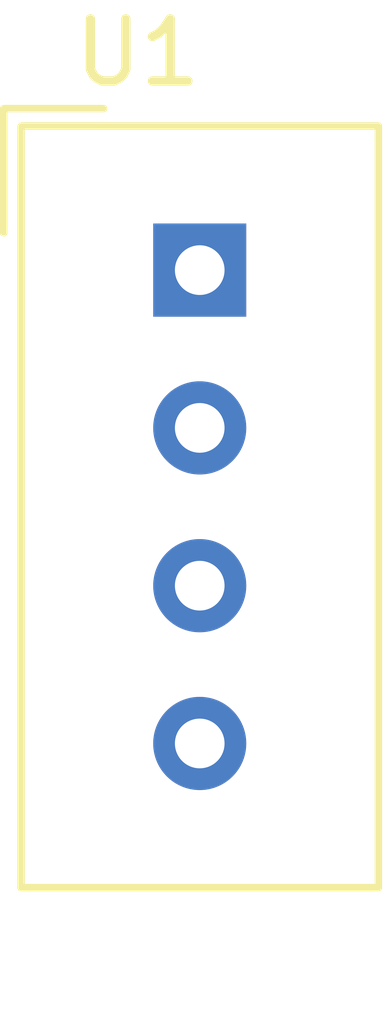
<source format=kicad_pcb>
(kicad_pcb (version 20240108) (generator "pcbnew") (generator_version "8.0")
  (layers (0 "F.Cu" signal) (31 "B.Cu" signal) (34 "B.Paste" user) (35 "F.Paste" user) (36 "B.SilkS" user "B.Silkscreen") (37 "F.SilkS" user "F.Silkscreen") (38 "B.Mask" user) (39 "F.Mask" user) (44 "Edge.Cuts" user))
  (net 0 "")
  (footprint "Sensor:Aosong_DHT11_5.5x12.0_P2.54mm" (layer "F.Cu") (at 34 25.88)
    (property "Reference" "U1" (at -1 -3.5 0) (layer "F.SilkS"))
    (property "Value" "DHT11")
    (fp_line (start -3.16 -2.6) (end -3.16 -0.6) (stroke (width 0.12)) (layer "F.SilkS"))
    (fp_line (start -3.16 -2.6) (end -1.55 -2.6) (stroke (width 0.12)) (layer "F.SilkS"))
    (fp_line (start -2.88 9.94) (end -2.88 -2.31) (stroke (width 0.12)) (layer "F.SilkS"))
    (fp_line (start -2.87 -2.32) (end 2.87 -2.32) (stroke (width 0.12)) (layer "F.SilkS"))
    (fp_line (start 2.88 -2.32) (end 2.88 9.94) (stroke (width 0.12)) (layer "F.SilkS"))
    (fp_line (start 2.88 9.94) (end -2.88 9.94) (stroke (width 0.12)) (layer "F.SilkS"))
    (pad "1" thru_hole rect (at 0 0) (size 1.5 1.5) (drill 0.8) (layers "*.Cu" "*.Mask"))
    (pad "2" thru_hole circle (at 0 2.54) (size 1.5 1.5) (drill 0.8) (layers "*.Cu" "*.Mask"))
    (pad "3" thru_hole circle (at 0 5.08) (size 1.5 1.5) (drill 0.8) (layers "*.Cu" "*.Mask"))
    (pad "4" thru_hole circle (at 0 7.62) (size 1.5 1.5) (drill 0.8) (layers "*.Cu" "*.Mask"))
  )
)
</source>
